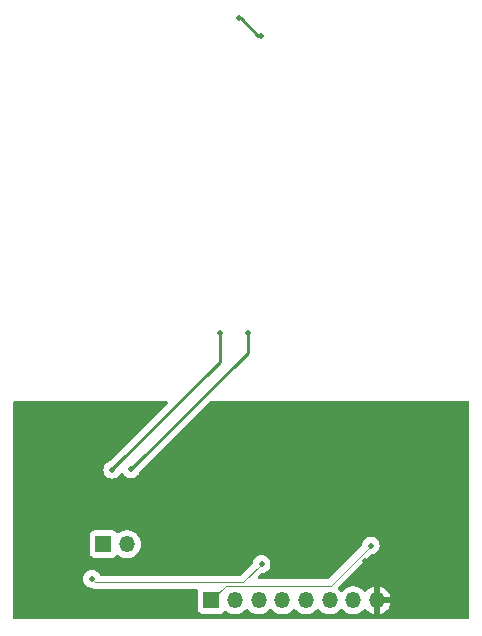
<source format=gbl>
G04 #@! TF.GenerationSoftware,KiCad,Pcbnew,7.0.9*
G04 #@! TF.CreationDate,2024-04-03T14:15:52+02:00*
G04 #@! TF.ProjectId,NFC_Programmer,4e46435f-5072-46f6-9772-616d6d65722e,3.0*
G04 #@! TF.SameCoordinates,Original*
G04 #@! TF.FileFunction,Copper,L2,Bot*
G04 #@! TF.FilePolarity,Positive*
%FSLAX46Y46*%
G04 Gerber Fmt 4.6, Leading zero omitted, Abs format (unit mm)*
G04 Created by KiCad (PCBNEW 7.0.9) date 2024-04-03 14:15:52*
%MOMM*%
%LPD*%
G01*
G04 APERTURE LIST*
G04 #@! TA.AperFunction,ComponentPad*
%ADD10R,1.350000X1.350000*%
G04 #@! TD*
G04 #@! TA.AperFunction,ComponentPad*
%ADD11O,1.350000X1.350000*%
G04 #@! TD*
G04 #@! TA.AperFunction,ViaPad*
%ADD12C,0.360000*%
G04 #@! TD*
G04 #@! TA.AperFunction,ViaPad*
%ADD13C,0.500000*%
G04 #@! TD*
G04 #@! TA.AperFunction,Conductor*
%ADD14C,0.100000*%
G04 #@! TD*
G04 #@! TA.AperFunction,Conductor*
%ADD15C,0.250000*%
G04 #@! TD*
G04 APERTURE END LIST*
D10*
X128530000Y-103060000D03*
D11*
X130530000Y-103060000D03*
D10*
X137670000Y-107810000D03*
D11*
X139670000Y-107810000D03*
X141670000Y-107810000D03*
X143670000Y-107810000D03*
X145670000Y-107810000D03*
X147670000Y-107810000D03*
X149670000Y-107810000D03*
X151670000Y-107810000D03*
D12*
X159130000Y-95860000D03*
X128970000Y-104540000D03*
X157940000Y-91280000D03*
X131870000Y-105550000D03*
X124300000Y-91250000D03*
X125190000Y-98820000D03*
X127340000Y-91240000D03*
X157250000Y-91280000D03*
X129940000Y-105570000D03*
X142640000Y-109210000D03*
X135120000Y-99770000D03*
X150620000Y-109150000D03*
X121160000Y-98970000D03*
X122870000Y-109150000D03*
X154830000Y-109120000D03*
D13*
X134251582Y-95601582D03*
D12*
X126460000Y-94700000D03*
X144350000Y-91290000D03*
X159080000Y-104020000D03*
X155130000Y-94450000D03*
X129220000Y-91250000D03*
X125190000Y-98210000D03*
X130030000Y-109160000D03*
X134590000Y-100240000D03*
X148440000Y-92230000D03*
X150480000Y-99510000D03*
X154370000Y-97580000D03*
X153610000Y-106680000D03*
X155400000Y-109120000D03*
X123600000Y-91240000D03*
X133980000Y-97190000D03*
X159130000Y-96470000D03*
X121160000Y-92260000D03*
X152660000Y-97670000D03*
X134450000Y-102200000D03*
X154960000Y-93780000D03*
X125860000Y-109180000D03*
X121170000Y-91560000D03*
X141860000Y-91280000D03*
X121120000Y-108950000D03*
X148700000Y-91290000D03*
X158550000Y-91280000D03*
X125740000Y-97180000D03*
X121130000Y-106460000D03*
X132560000Y-101260000D03*
X137450000Y-95930000D03*
X159120000Y-92860000D03*
X127700000Y-104640000D03*
X143780000Y-91290000D03*
X124910000Y-108130000D03*
X148000000Y-91280000D03*
X121160000Y-92870000D03*
X151917606Y-102411550D03*
X152920000Y-91280000D03*
X147701096Y-92221952D03*
X149280000Y-92220000D03*
X159090000Y-99740000D03*
X139410000Y-91290000D03*
X159090000Y-101530000D03*
X132820000Y-105550000D03*
X131290000Y-109180000D03*
X133790000Y-101240000D03*
X153610000Y-108460000D03*
X151890000Y-97650000D03*
X159130000Y-95290000D03*
X130870000Y-105570000D03*
X131960000Y-102880000D03*
X134350000Y-103270000D03*
X128320000Y-104550000D03*
X125250000Y-109180000D03*
X127520000Y-92500000D03*
X127740000Y-109160000D03*
X159120000Y-98960000D03*
X126610000Y-96460000D03*
X134330000Y-104370000D03*
X131630000Y-104040000D03*
X158390000Y-109150000D03*
X121130000Y-104670000D03*
X134650000Y-105360000D03*
X152310000Y-91280000D03*
X126670000Y-92870000D03*
X126440000Y-93840000D03*
X140680000Y-91280000D03*
X156070000Y-91280000D03*
X136910000Y-99940000D03*
X150460000Y-100300000D03*
X140020000Y-91290000D03*
X153450000Y-97640000D03*
X134950000Y-98240000D03*
X154170000Y-109120000D03*
X151364342Y-91970000D03*
X135077887Y-95174346D03*
X155410000Y-91290000D03*
X159080000Y-107150000D03*
X123410000Y-109150000D03*
X159090000Y-105270000D03*
X136980000Y-95110000D03*
X128330000Y-92550000D03*
X153140000Y-106270000D03*
X150470000Y-98680000D03*
X148720000Y-109150000D03*
X121160000Y-94050000D03*
X121810000Y-91240000D03*
D13*
X142620000Y-93280000D03*
D12*
X131010000Y-91250000D03*
X121690000Y-109150000D03*
X149880000Y-91290000D03*
X125480000Y-91250000D03*
X128310000Y-109160000D03*
X153610000Y-107250000D03*
X127050000Y-102380000D03*
X127910000Y-91240000D03*
X156550000Y-109120000D03*
X153600000Y-109120000D03*
X131820000Y-109180000D03*
X151460000Y-104220000D03*
X124910000Y-107590000D03*
X150530000Y-100960000D03*
X134950000Y-96480000D03*
X136540000Y-95870000D03*
X153540000Y-92730000D03*
X131960000Y-101650000D03*
X121130000Y-105850000D03*
X155130000Y-95290000D03*
X126400000Y-109180000D03*
X130430000Y-104500000D03*
X125760000Y-106200000D03*
X159080000Y-107760000D03*
X124910000Y-106980000D03*
X127050000Y-104100000D03*
X124910000Y-106410000D03*
X133540000Y-91240000D03*
X159090000Y-104660000D03*
X152060000Y-103740000D03*
X128800000Y-105570000D03*
X121120000Y-107160000D03*
X131160000Y-104360000D03*
X121120000Y-108340000D03*
X135620000Y-95890000D03*
X156010000Y-109120000D03*
X132850000Y-91240000D03*
X159130000Y-94680000D03*
X127050000Y-102950000D03*
X121130000Y-100360000D03*
X152220000Y-103020000D03*
X121120000Y-102240000D03*
X152310000Y-106410000D03*
X121160000Y-93440000D03*
X126970000Y-109180000D03*
X151740000Y-91280000D03*
X125190000Y-99360000D03*
X121130000Y-101540000D03*
X159120000Y-93430000D03*
X159090000Y-100920000D03*
X126670000Y-97160000D03*
X128970000Y-92080000D03*
D13*
X150700000Y-104480000D03*
D12*
X159080000Y-108330000D03*
X129460000Y-109160000D03*
X122420000Y-91240000D03*
X159120000Y-97780000D03*
X126540000Y-105870000D03*
X131780000Y-102240000D03*
X121160000Y-98360000D03*
X133530000Y-96280000D03*
X159090000Y-106450000D03*
X121130000Y-105280000D03*
X121120000Y-104030000D03*
X146820000Y-91280000D03*
X129780000Y-104480000D03*
X159130000Y-91550000D03*
X132280000Y-91240000D03*
X136340000Y-101680000D03*
X157120000Y-109120000D03*
X130400000Y-91250000D03*
X128520000Y-91240000D03*
X125670000Y-100350000D03*
X159080000Y-108940000D03*
X159120000Y-97170000D03*
X133210000Y-96990000D03*
X142470000Y-91280000D03*
X154800000Y-91290000D03*
X147200000Y-91900000D03*
X122990000Y-91240000D03*
X125190000Y-99930000D03*
X145600000Y-91280000D03*
X128920000Y-109160000D03*
X151070000Y-98110000D03*
X149310000Y-91290000D03*
X121130000Y-99750000D03*
X124910000Y-91250000D03*
X152170000Y-91820000D03*
X157820000Y-109150000D03*
X154230000Y-91290000D03*
X151130000Y-91280000D03*
X159090000Y-105840000D03*
X129830000Y-91250000D03*
X146210000Y-91280000D03*
X123980000Y-109150000D03*
X137000000Y-100650000D03*
X134960000Y-99050000D03*
D13*
X136870000Y-101300000D03*
D12*
X159090000Y-100350000D03*
X131670000Y-91240000D03*
X127100000Y-101690000D03*
X136100000Y-95140000D03*
X122260000Y-109150000D03*
X146740000Y-109170000D03*
X127050000Y-103560000D03*
X126090000Y-91250000D03*
X159120000Y-98350000D03*
X147390000Y-91280000D03*
X121170000Y-95300000D03*
X126130000Y-100790000D03*
X134890000Y-97330000D03*
X136100000Y-99920000D03*
X121160000Y-97180000D03*
X130670000Y-109180000D03*
X126610000Y-101210000D03*
X121120000Y-107770000D03*
X121170000Y-95870000D03*
X149880000Y-91890000D03*
X144960000Y-91290000D03*
X121120000Y-102850000D03*
X151124464Y-102010199D03*
X159080000Y-102230000D03*
X121120000Y-103420000D03*
X143170000Y-91290000D03*
X124910000Y-108700000D03*
X159120000Y-94040000D03*
X144710000Y-109150000D03*
X134250000Y-100770000D03*
X121130000Y-100930000D03*
X153420000Y-92190000D03*
X155210000Y-96260000D03*
D13*
X137990000Y-95230000D03*
D12*
X121170000Y-96480000D03*
X150570000Y-101750000D03*
X156680000Y-91280000D03*
X125190000Y-97640000D03*
X135450000Y-101790000D03*
X126700000Y-105300000D03*
X159080000Y-102840000D03*
X153610000Y-107890000D03*
X154390000Y-93370000D03*
X153620000Y-91290000D03*
X159120000Y-92250000D03*
X150680000Y-105400000D03*
D13*
X125870000Y-95560000D03*
D12*
X121160000Y-97790000D03*
X150700000Y-106280000D03*
X121170000Y-94690000D03*
X152140000Y-109230000D03*
D13*
X141500000Y-97570000D03*
D12*
X127050000Y-104670000D03*
X155050000Y-97220000D03*
X128250000Y-105320000D03*
X124680000Y-109180000D03*
X159080000Y-103410000D03*
X141290000Y-91280000D03*
X153610000Y-93260000D03*
X133840000Y-105540000D03*
X133130000Y-101260000D03*
X152870000Y-91870000D03*
X150690000Y-91810000D03*
X151510000Y-106310000D03*
X132400000Y-109200000D03*
X150490000Y-91290000D03*
X126730000Y-91240000D03*
X131940000Y-103530000D03*
D13*
X151160000Y-103180000D03*
X127550000Y-105990000D03*
X141910000Y-104760000D03*
X141830000Y-60000000D03*
X140730000Y-85158500D03*
X140010000Y-58550000D03*
X138400000Y-85180000D03*
X130850000Y-96740000D03*
X129280000Y-96770000D03*
D14*
X147770000Y-106570000D02*
X138910000Y-106570000D01*
X151160000Y-103180000D02*
X147770000Y-106570000D01*
X138910000Y-106570000D02*
X137670000Y-107810000D01*
X141910000Y-104760000D02*
X140380000Y-106290000D01*
X127850000Y-106290000D02*
X127550000Y-105990000D01*
X140380000Y-106290000D02*
X127850000Y-106290000D01*
D15*
X140730000Y-85158500D02*
X140730000Y-86860000D01*
X129280000Y-96720941D02*
X129280000Y-96770000D01*
X140130000Y-58550000D02*
X141580000Y-60000000D01*
X138400000Y-85180000D02*
X138400000Y-87600941D01*
X140010000Y-58550000D02*
X140130000Y-58550000D01*
X138400000Y-87600941D02*
X129280000Y-96720941D01*
X140730000Y-86860000D02*
X130850000Y-96740000D01*
X141580000Y-60000000D02*
X141830000Y-60000000D01*
G04 #@! TA.AperFunction,Conductor*
G36*
X133924027Y-90979685D02*
G01*
X133969782Y-91032489D01*
X133979726Y-91101647D01*
X133950701Y-91165203D01*
X133944669Y-91171681D01*
X129086915Y-96029433D01*
X129040190Y-96058793D01*
X128952308Y-96089544D01*
X128952300Y-96089548D01*
X128809115Y-96179518D01*
X128809109Y-96179523D01*
X128689523Y-96299109D01*
X128689518Y-96299115D01*
X128599547Y-96442302D01*
X128599545Y-96442305D01*
X128543685Y-96601943D01*
X128524751Y-96769997D01*
X128524751Y-96770002D01*
X128543685Y-96938056D01*
X128599545Y-97097694D01*
X128599547Y-97097697D01*
X128689518Y-97240884D01*
X128689523Y-97240890D01*
X128809109Y-97360476D01*
X128809115Y-97360481D01*
X128952302Y-97450452D01*
X128952305Y-97450454D01*
X128952309Y-97450455D01*
X128952310Y-97450456D01*
X129024913Y-97475860D01*
X129111943Y-97506314D01*
X129279997Y-97525249D01*
X129280000Y-97525249D01*
X129280003Y-97525249D01*
X129448056Y-97506314D01*
X129479678Y-97495249D01*
X129607690Y-97450456D01*
X129607692Y-97450454D01*
X129607694Y-97450454D01*
X129607697Y-97450452D01*
X129750884Y-97360481D01*
X129750885Y-97360480D01*
X129750890Y-97360477D01*
X129870477Y-97240890D01*
X129870481Y-97240884D01*
X129960449Y-97097702D01*
X129960450Y-97097698D01*
X129960456Y-97097690D01*
X129960459Y-97097680D01*
X129962005Y-97094472D01*
X129963565Y-97092743D01*
X129964162Y-97091794D01*
X129964328Y-97091898D01*
X130008826Y-97042611D01*
X130076252Y-97024295D01*
X130142877Y-97045340D01*
X130178721Y-97082296D01*
X130259521Y-97210888D01*
X130379109Y-97330476D01*
X130379115Y-97330481D01*
X130522302Y-97420452D01*
X130522305Y-97420454D01*
X130522309Y-97420455D01*
X130522310Y-97420456D01*
X130594913Y-97445860D01*
X130681943Y-97476314D01*
X130849997Y-97495249D01*
X130850000Y-97495249D01*
X130850003Y-97495249D01*
X131018056Y-97476314D01*
X131091954Y-97450456D01*
X131177690Y-97420456D01*
X131177692Y-97420454D01*
X131177694Y-97420454D01*
X131177697Y-97420452D01*
X131320884Y-97330481D01*
X131320885Y-97330480D01*
X131320890Y-97330477D01*
X131440477Y-97210890D01*
X131511598Y-97097702D01*
X131530452Y-97067697D01*
X131530455Y-97067692D01*
X131530456Y-97067690D01*
X131586313Y-96908059D01*
X131586313Y-96908054D01*
X131587613Y-96904341D01*
X131616972Y-96857616D01*
X137478271Y-90996318D01*
X137539594Y-90962834D01*
X137565952Y-90960000D01*
X159390500Y-90960000D01*
X159457539Y-90979685D01*
X159503294Y-91032489D01*
X159514500Y-91084000D01*
X159514500Y-109310500D01*
X159494815Y-109377539D01*
X159442011Y-109423294D01*
X159390500Y-109434500D01*
X120989500Y-109434500D01*
X120922461Y-109414815D01*
X120876706Y-109362011D01*
X120865500Y-109310500D01*
X120865500Y-105990002D01*
X126794751Y-105990002D01*
X126813685Y-106158056D01*
X126869545Y-106317694D01*
X126869547Y-106317697D01*
X126959518Y-106460884D01*
X126959523Y-106460890D01*
X127079109Y-106580476D01*
X127079115Y-106580481D01*
X127222302Y-106670452D01*
X127222308Y-106670455D01*
X127222310Y-106670456D01*
X127381941Y-106726313D01*
X127503517Y-106740011D01*
X127564560Y-106764428D01*
X127577658Y-106774361D01*
X127594353Y-106780944D01*
X127613290Y-106790351D01*
X127628618Y-106799672D01*
X127671247Y-106811616D01*
X127677263Y-106813639D01*
X127718436Y-106829876D01*
X127736287Y-106831711D01*
X127757052Y-106835657D01*
X127774335Y-106840500D01*
X127818594Y-106840500D01*
X127824935Y-106840824D01*
X127868972Y-106845352D01*
X127886656Y-106842303D01*
X127907724Y-106840500D01*
X136392068Y-106840500D01*
X136459107Y-106860185D01*
X136504862Y-106912989D01*
X136514806Y-106982147D01*
X136508251Y-107007831D01*
X136500908Y-107027517D01*
X136494501Y-107087116D01*
X136494500Y-107087135D01*
X136494500Y-108532870D01*
X136494501Y-108532876D01*
X136500908Y-108592483D01*
X136551202Y-108727328D01*
X136551206Y-108727335D01*
X136637452Y-108842544D01*
X136637455Y-108842547D01*
X136752664Y-108928793D01*
X136752671Y-108928797D01*
X136887517Y-108979091D01*
X136887516Y-108979091D01*
X136894444Y-108979835D01*
X136947127Y-108985500D01*
X138392872Y-108985499D01*
X138452483Y-108979091D01*
X138587331Y-108928796D01*
X138702546Y-108842546D01*
X138764785Y-108759404D01*
X138820718Y-108717535D01*
X138890410Y-108712551D01*
X138947588Y-108742078D01*
X138958568Y-108752088D01*
X138958570Y-108752089D01*
X138958571Y-108752090D01*
X139143786Y-108866770D01*
X139143792Y-108866773D01*
X139166664Y-108875633D01*
X139346931Y-108945470D01*
X139561074Y-108985500D01*
X139561076Y-108985500D01*
X139778924Y-108985500D01*
X139778926Y-108985500D01*
X139993069Y-108945470D01*
X140196210Y-108866772D01*
X140381432Y-108752088D01*
X140542427Y-108605322D01*
X140571047Y-108567422D01*
X140627153Y-108525787D01*
X140696865Y-108521094D01*
X140758048Y-108554836D01*
X140768946Y-108567414D01*
X140797573Y-108605322D01*
X140958568Y-108752088D01*
X140958575Y-108752092D01*
X140958576Y-108752093D01*
X141143786Y-108866770D01*
X141143792Y-108866773D01*
X141166664Y-108875633D01*
X141346931Y-108945470D01*
X141561074Y-108985500D01*
X141561076Y-108985500D01*
X141778924Y-108985500D01*
X141778926Y-108985500D01*
X141993069Y-108945470D01*
X142196210Y-108866772D01*
X142381432Y-108752088D01*
X142542427Y-108605322D01*
X142571047Y-108567422D01*
X142627153Y-108525787D01*
X142696865Y-108521094D01*
X142758048Y-108554836D01*
X142768946Y-108567414D01*
X142797573Y-108605322D01*
X142958568Y-108752088D01*
X142958575Y-108752092D01*
X142958576Y-108752093D01*
X143143786Y-108866770D01*
X143143792Y-108866773D01*
X143166664Y-108875633D01*
X143346931Y-108945470D01*
X143561074Y-108985500D01*
X143561076Y-108985500D01*
X143778924Y-108985500D01*
X143778926Y-108985500D01*
X143993069Y-108945470D01*
X144196210Y-108866772D01*
X144381432Y-108752088D01*
X144542427Y-108605322D01*
X144571047Y-108567422D01*
X144627153Y-108525787D01*
X144696865Y-108521094D01*
X144758048Y-108554836D01*
X144768946Y-108567414D01*
X144797573Y-108605322D01*
X144958568Y-108752088D01*
X144958575Y-108752092D01*
X144958576Y-108752093D01*
X145143786Y-108866770D01*
X145143792Y-108866773D01*
X145166664Y-108875633D01*
X145346931Y-108945470D01*
X145561074Y-108985500D01*
X145561076Y-108985500D01*
X145778924Y-108985500D01*
X145778926Y-108985500D01*
X145993069Y-108945470D01*
X146196210Y-108866772D01*
X146381432Y-108752088D01*
X146542427Y-108605322D01*
X146571047Y-108567422D01*
X146627153Y-108525787D01*
X146696865Y-108521094D01*
X146758048Y-108554836D01*
X146768946Y-108567414D01*
X146797573Y-108605322D01*
X146958568Y-108752088D01*
X146958575Y-108752092D01*
X146958576Y-108752093D01*
X147143786Y-108866770D01*
X147143792Y-108866773D01*
X147166664Y-108875633D01*
X147346931Y-108945470D01*
X147561074Y-108985500D01*
X147561076Y-108985500D01*
X147778924Y-108985500D01*
X147778926Y-108985500D01*
X147993069Y-108945470D01*
X148196210Y-108866772D01*
X148381432Y-108752088D01*
X148542427Y-108605322D01*
X148571047Y-108567422D01*
X148627153Y-108525787D01*
X148696865Y-108521094D01*
X148758048Y-108554836D01*
X148768946Y-108567414D01*
X148797573Y-108605322D01*
X148958568Y-108752088D01*
X148958575Y-108752092D01*
X148958576Y-108752093D01*
X149143786Y-108866770D01*
X149143792Y-108866773D01*
X149166664Y-108875633D01*
X149346931Y-108945470D01*
X149561074Y-108985500D01*
X149561076Y-108985500D01*
X149778924Y-108985500D01*
X149778926Y-108985500D01*
X149993069Y-108945470D01*
X150196210Y-108866772D01*
X150381432Y-108752088D01*
X150542427Y-108605322D01*
X150571359Y-108567009D01*
X150627465Y-108525373D01*
X150697177Y-108520680D01*
X150758360Y-108554421D01*
X150769267Y-108567009D01*
X150797942Y-108604981D01*
X150797949Y-108604989D01*
X150958868Y-108751685D01*
X151144012Y-108866322D01*
X151144023Y-108866327D01*
X151347060Y-108944984D01*
X151420000Y-108958619D01*
X151420000Y-108125686D01*
X151431955Y-108137641D01*
X151544852Y-108195165D01*
X151638519Y-108210000D01*
X151701481Y-108210000D01*
X151795148Y-108195165D01*
X151908045Y-108137641D01*
X151920000Y-108125686D01*
X151920000Y-108958619D01*
X151992939Y-108944984D01*
X152195976Y-108866327D01*
X152195987Y-108866322D01*
X152381130Y-108751685D01*
X152381131Y-108751685D01*
X152542054Y-108604985D01*
X152673284Y-108431208D01*
X152770348Y-108236280D01*
X152820505Y-108060000D01*
X151985686Y-108060000D01*
X151997641Y-108048045D01*
X152055165Y-107935148D01*
X152074986Y-107810000D01*
X152055165Y-107684852D01*
X151997641Y-107571955D01*
X151985686Y-107560000D01*
X152820505Y-107560000D01*
X152820505Y-107559999D01*
X152770348Y-107383719D01*
X152673284Y-107188791D01*
X152542054Y-107015014D01*
X152381131Y-106868314D01*
X152195987Y-106753677D01*
X152195985Y-106753676D01*
X151992931Y-106675013D01*
X151992921Y-106675010D01*
X151920001Y-106661378D01*
X151920000Y-106661379D01*
X151920000Y-107494314D01*
X151908045Y-107482359D01*
X151795148Y-107424835D01*
X151701481Y-107410000D01*
X151638519Y-107410000D01*
X151544852Y-107424835D01*
X151431955Y-107482359D01*
X151420000Y-107494314D01*
X151420000Y-106661379D01*
X151419998Y-106661378D01*
X151347078Y-106675010D01*
X151347068Y-106675013D01*
X151144014Y-106753676D01*
X151144012Y-106753677D01*
X150958869Y-106868314D01*
X150958868Y-106868314D01*
X150797945Y-107015014D01*
X150769267Y-107052990D01*
X150713157Y-107094626D01*
X150643445Y-107099317D01*
X150582264Y-107065575D01*
X150571359Y-107052990D01*
X150562547Y-107041321D01*
X150542427Y-107014678D01*
X150381432Y-106867912D01*
X150381428Y-106867909D01*
X150381423Y-106867906D01*
X150196213Y-106753229D01*
X150196207Y-106753226D01*
X150111113Y-106720260D01*
X149993069Y-106674530D01*
X149778926Y-106634500D01*
X149561074Y-106634500D01*
X149346931Y-106674530D01*
X149298130Y-106693435D01*
X149143792Y-106753226D01*
X149143786Y-106753229D01*
X148958576Y-106867906D01*
X148958566Y-106867913D01*
X148797573Y-107014676D01*
X148768953Y-107052576D01*
X148712844Y-107094211D01*
X148643132Y-107098902D01*
X148581950Y-107065159D01*
X148571047Y-107052576D01*
X148542426Y-107014676D01*
X148408969Y-106893015D01*
X148372687Y-106833304D01*
X148374448Y-106763457D01*
X148404824Y-106713699D01*
X151155551Y-103962972D01*
X151216872Y-103929489D01*
X151229347Y-103927435D01*
X151328054Y-103916314D01*
X151328057Y-103916313D01*
X151328059Y-103916313D01*
X151487690Y-103860456D01*
X151487692Y-103860454D01*
X151487694Y-103860454D01*
X151487697Y-103860452D01*
X151630884Y-103770481D01*
X151630885Y-103770480D01*
X151630890Y-103770477D01*
X151750477Y-103650890D01*
X151840452Y-103507697D01*
X151840454Y-103507694D01*
X151840454Y-103507692D01*
X151840456Y-103507690D01*
X151896313Y-103348059D01*
X151896313Y-103348058D01*
X151896314Y-103348056D01*
X151915249Y-103180002D01*
X151915249Y-103179997D01*
X151896314Y-103011943D01*
X151840454Y-102852305D01*
X151840452Y-102852302D01*
X151750481Y-102709115D01*
X151750476Y-102709109D01*
X151630890Y-102589523D01*
X151630884Y-102589518D01*
X151487697Y-102499547D01*
X151487694Y-102499545D01*
X151328056Y-102443685D01*
X151160003Y-102424751D01*
X151159997Y-102424751D01*
X150991943Y-102443685D01*
X150832305Y-102499545D01*
X150832302Y-102499547D01*
X150689115Y-102589518D01*
X150689109Y-102589523D01*
X150569523Y-102709109D01*
X150569518Y-102709115D01*
X150479547Y-102852302D01*
X150479544Y-102852307D01*
X150423685Y-103011946D01*
X150412564Y-103110651D01*
X150385497Y-103175065D01*
X150377025Y-103184448D01*
X147578294Y-105983181D01*
X147516971Y-106016666D01*
X147490613Y-106019500D01*
X141728387Y-106019500D01*
X141661348Y-105999815D01*
X141615593Y-105947011D01*
X141605649Y-105877853D01*
X141634674Y-105814297D01*
X141640697Y-105807827D01*
X141905552Y-105542971D01*
X141966871Y-105509489D01*
X141979347Y-105507435D01*
X142078054Y-105496314D01*
X142078057Y-105496313D01*
X142078059Y-105496313D01*
X142237690Y-105440456D01*
X142237692Y-105440454D01*
X142237694Y-105440454D01*
X142237697Y-105440452D01*
X142380884Y-105350481D01*
X142380885Y-105350480D01*
X142380890Y-105350477D01*
X142500477Y-105230890D01*
X142590452Y-105087697D01*
X142590454Y-105087694D01*
X142590454Y-105087692D01*
X142590456Y-105087690D01*
X142646313Y-104928059D01*
X142646313Y-104928058D01*
X142646314Y-104928056D01*
X142665249Y-104760002D01*
X142665249Y-104759997D01*
X142646314Y-104591943D01*
X142590454Y-104432305D01*
X142590452Y-104432302D01*
X142500481Y-104289115D01*
X142500476Y-104289109D01*
X142380890Y-104169523D01*
X142380884Y-104169518D01*
X142237697Y-104079547D01*
X142237694Y-104079545D01*
X142078056Y-104023685D01*
X141910003Y-104004751D01*
X141909997Y-104004751D01*
X141741943Y-104023685D01*
X141582305Y-104079545D01*
X141582302Y-104079547D01*
X141439115Y-104169518D01*
X141439109Y-104169523D01*
X141319523Y-104289109D01*
X141319518Y-104289115D01*
X141229547Y-104432302D01*
X141229544Y-104432307D01*
X141173685Y-104591946D01*
X141162564Y-104690651D01*
X141135497Y-104755065D01*
X141127025Y-104764448D01*
X140188294Y-105703181D01*
X140126971Y-105736666D01*
X140100613Y-105739500D01*
X128345449Y-105739500D01*
X128278410Y-105719815D01*
X128233859Y-105668401D01*
X128233479Y-105668585D01*
X128232803Y-105667182D01*
X128232655Y-105667011D01*
X128232320Y-105666179D01*
X128230456Y-105662308D01*
X128140481Y-105519115D01*
X128140476Y-105519109D01*
X128020890Y-105399523D01*
X128020884Y-105399518D01*
X127877697Y-105309547D01*
X127877694Y-105309545D01*
X127718056Y-105253685D01*
X127550003Y-105234751D01*
X127549997Y-105234751D01*
X127381943Y-105253685D01*
X127222305Y-105309545D01*
X127222302Y-105309547D01*
X127079115Y-105399518D01*
X127079109Y-105399523D01*
X126959523Y-105519109D01*
X126959518Y-105519115D01*
X126869547Y-105662302D01*
X126869545Y-105662305D01*
X126813685Y-105821943D01*
X126794751Y-105989997D01*
X126794751Y-105990002D01*
X120865500Y-105990002D01*
X120865500Y-103782870D01*
X127354500Y-103782870D01*
X127354501Y-103782876D01*
X127360908Y-103842483D01*
X127411202Y-103977328D01*
X127411206Y-103977335D01*
X127497452Y-104092544D01*
X127497455Y-104092547D01*
X127612664Y-104178793D01*
X127612671Y-104178797D01*
X127747517Y-104229091D01*
X127747516Y-104229091D01*
X127754444Y-104229835D01*
X127807127Y-104235500D01*
X129252872Y-104235499D01*
X129312483Y-104229091D01*
X129447331Y-104178796D01*
X129562546Y-104092546D01*
X129624785Y-104009404D01*
X129680718Y-103967535D01*
X129750410Y-103962551D01*
X129807588Y-103992078D01*
X129818568Y-104002088D01*
X129818570Y-104002089D01*
X129818571Y-104002090D01*
X130003786Y-104116770D01*
X130003792Y-104116773D01*
X130026664Y-104125633D01*
X130206931Y-104195470D01*
X130421074Y-104235500D01*
X130421076Y-104235500D01*
X130638924Y-104235500D01*
X130638926Y-104235500D01*
X130853069Y-104195470D01*
X131056210Y-104116772D01*
X131241432Y-104002088D01*
X131402427Y-103855322D01*
X131533712Y-103681472D01*
X131630817Y-103486459D01*
X131690435Y-103276923D01*
X131710536Y-103060000D01*
X131690435Y-102843077D01*
X131630817Y-102633541D01*
X131533712Y-102438528D01*
X131402427Y-102264678D01*
X131375016Y-102239690D01*
X131285996Y-102158537D01*
X131241432Y-102117912D01*
X131241428Y-102117909D01*
X131241423Y-102117906D01*
X131056213Y-102003229D01*
X131056207Y-102003226D01*
X130971113Y-101970260D01*
X130853069Y-101924530D01*
X130638926Y-101884500D01*
X130421074Y-101884500D01*
X130206931Y-101924530D01*
X130163896Y-101941202D01*
X130003792Y-102003226D01*
X130003786Y-102003229D01*
X129818565Y-102117913D01*
X129807585Y-102127923D01*
X129744780Y-102158537D01*
X129675393Y-102150336D01*
X129624785Y-102110594D01*
X129598848Y-102075948D01*
X129562546Y-102027454D01*
X129562544Y-102027453D01*
X129562544Y-102027452D01*
X129447335Y-101941206D01*
X129447328Y-101941202D01*
X129312482Y-101890908D01*
X129312483Y-101890908D01*
X129252883Y-101884501D01*
X129252881Y-101884500D01*
X129252873Y-101884500D01*
X129252864Y-101884500D01*
X127807129Y-101884500D01*
X127807123Y-101884501D01*
X127747516Y-101890908D01*
X127612671Y-101941202D01*
X127612664Y-101941206D01*
X127497455Y-102027452D01*
X127497452Y-102027455D01*
X127411206Y-102142664D01*
X127411202Y-102142671D01*
X127360908Y-102277517D01*
X127354501Y-102337116D01*
X127354500Y-102337135D01*
X127354500Y-103782870D01*
X120865500Y-103782870D01*
X120865500Y-91084000D01*
X120885185Y-91016961D01*
X120937989Y-90971206D01*
X120989500Y-90960000D01*
X133856988Y-90960000D01*
X133924027Y-90979685D01*
G37*
G04 #@! TD.AperFunction*
M02*

</source>
